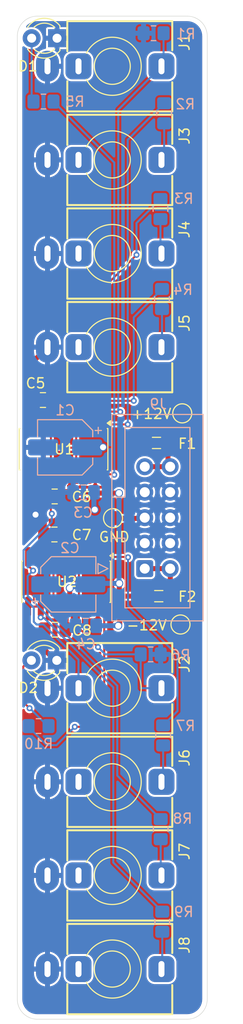
<source format=kicad_pcb>
(kicad_pcb (version 20241229) (generator "pcbnew") (generator_version "9.0")
  (layers (0 "F.Cu" signal) (2 "B.Cu" signal) (13 "F.Paste" user) (15 "B.Paste" user) (5 "F.SilkS" user "F.Silkscreen") (7 "B.SilkS" user "B.Silkscreen") (1 "F.Mask" user) (3 "B.Mask" user) (25 "Edge.Cuts" user))
  (net 0 "")
  (net 1 "+12V")
  (net 2 "-12V")
  (net 3 "GND")
  (net 10 "/InputA")
  (net 11 "/quad buffer/OutD")
  (net 12 "/quad buffer1/Input")
  (net 13 "/quad buffer1/OutD")
  (net 14 "Net-(J9-Pin_10)")
  (net 15 "Net-(J9-Pin_1)")
  (net 17 "/quad buffer/OutA")
  (net 18 "/quad buffer/OutB")
  (net 19 "/quad buffer/OutC")
  (net 20 "/quad buffer1/OutA")
  (net 21 "/quad buffer1/OutB")
  (net 22 "/quad buffer1/OutC")
  (net 23 "Net-(U1A--)")
  (net 24 "Net-(U1B--)")
  (net 25 "Net-(U1C--)")
  (net 26 "Net-(U1D--)")
  (net 27 "Net-(U2A--)")
  (net 28 "Net-(U2B--)")
  (net 29 "Net-(U2C--)")
  (net 30 "Net-(U2D--)")
  (footprint "AudioJacks2:Jack_3.5mm_QingPu_WQP-PJ398SM_Vertical" (layer "F.Cu") (at 200.02589 67 -90)
    (property "Reference" "J5" (at -2.4 -7.22411 90) (layer "F.SilkS"))
    (property "Value" "Jack_OutA-3")
    (pad "S" thru_hole oval (at 0 6.48 270) (size 3.1 2.3) (drill oval 1.6 0.6) (layers "*.Cu" "*.Mask") (net 3 "GND"))
    (pad "T" thru_hole roundrect (at 0 -4.92 270) (size 2.6 2.6) (drill oval 1.6 0.6) (layers "*.Cu" "*.Mask") (net 19 "/quad buffer/OutC"))
    (pad "TN" thru_hole roundrect (at 0 3.38 270) (size 2.6 2.6) (drill oval 1.6 0.6) (layers "*.Cu" "*.Mask"))
  )
  (footprint "AudioJacks2:Jack_3.5mm_QingPu_WQP-PJ398SM_Vertical" (layer "F.Cu") (at 200.02589 57.666667 -90)
    (property "Reference" "J4" (at -2.4 -7.22411 90) (layer "F.SilkS"))
    (property "Value" "Jack_OutA-2")
    (pad "S" thru_hole oval (at 0 6.48 270) (size 3.1 2.3) (drill oval 1.6 0.6) (layers "*.Cu" "*.Mask") (net 3 "GND"))
    (pad "T" thru_hole roundrect (at 0 -4.92 270) (size 2.6 2.6) (drill oval 1.6 0.6) (layers "*.Cu" "*.Mask") (net 18 "/quad buffer/OutB"))
    (pad "TN" thru_hole roundrect (at 0 3.38 270) (size 2.6 2.6) (drill oval 1.6 0.6) (layers "*.Cu" "*.Mask"))
  )
  (footprint "TestPoint:TestPoint_Pad_D1.5mm" (layer "F.Cu") (at 200.1 84.05)
    (property "Reference" "GND" (at 0.125 1.875 0) (layer "F.SilkS"))
    (property "Value" "TestPoint")
    (pad "1" smd circle (at 0 0) (size 1.5 1.5) (layers "F.Cu" "F.Mask") (net 3 "GND"))
  )
  (footprint "LED_THT:LED_D3.0mm" (layer "F.Cu") (at 194.5 36.2 180)
    (property "Reference" "D1" (at 2.925 -2.8 0) (layer "F.SilkS"))
    (property "Value" "LED_Dual_A")
    (pad "1" thru_hole rect (at 0 0 180) (size 1.8 1.8) (drill 0.9) (layers "*.Cu" "*.Mask") (net 3 "GND"))
    (pad "2" thru_hole circle (at 2.54 0 180) (size 1.8 1.8) (drill 0.9) (layers "*.Cu" "*.Mask") (net 11 "/quad buffer/OutD"))
  )
  (footprint "LED_THT:LED_D3.0mm" (layer "F.Cu") (at 194.475 98.225 180)
    (property "Reference" "D2" (at 2.84589 -2.74 0) (layer "F.SilkS"))
    (property "Value" "LED_Dual_B")
    (pad "1" thru_hole rect (at 0 0 180) (size 1.8 1.8) (drill 0.9) (layers "*.Cu" "*.Mask") (net 3 "GND"))
    (pad "2" thru_hole circle (at 2.54 0 180) (size 1.8 1.8) (drill 0.9) (layers "*.Cu" "*.Mask") (net 13 "/quad buffer1/OutD"))
  )
  (footprint "Package_SO:SOIC-14_3.9x8.7mm_P1.27mm" (layer "F.Cu") (at 195.15 77.175 -90)
    (property "Reference" "U1" (at 0 -0.0775 180) (layer "F.SilkS"))
    (property "Value" "TL074")
    (pad "1" smd roundrect (at -2.475 -3.81 270) (size 1.95 0.6) (layers "F.Cu" "F.Mask" "F.Paste") (net 23 "Net-(U1A--)"))
    (pad "2" smd roundrect (at -2.475 -2.54 270) (size 1.95 0.6) (layers "F.Cu" "F.Mask" "F.Paste") (net 23 "Net-(U1A--)"))
    (pad "3" smd roundrect (at -2.475 -1.27 270) (size 1.95 0.6) (layers "F.Cu" "F.Mask" "F.Paste") (net 10 "/InputA"))
    (pad "4" smd roundrect (at -2.475 0 270) (size 1.95 0.6) (layers "F.Cu" "F.Mask" "F.Paste") (net 1 "+12V"))
    (pad "5" smd roundrect (at -2.475 1.27 270) (size 1.95 0.6) (layers "F.Cu" "F.Mask" "F.Paste") (net 10 "/InputA"))
    (pad "6" smd roundrect (at -2.475 2.54 270) (size 1.95 0.6) (layers "F.Cu" "F.Mask" "F.Paste") (net 24 "Net-(U1B--)"))
    (pad "7" smd roundrect (at -2.475 3.81 270) (size 1.95 0.6) (layers "F.Cu" "F.Mask" "F.Paste") (net 24 "Net-(U1B--)"))
    (pad "8" smd roundrect (at 2.475 3.81 270) (size 1.95 0.6) (layers "F.Cu" "F.Mask" "F.Paste") (net 25 "Net-(U1C--)"))
    (pad "9" smd roundrect (at 2.475 2.54 270) (size 1.95 0.6) (layers "F.Cu" "F.Mask" "F.Paste") (net 25 "Net-(U1C--)"))
    (pad "10" smd roundrect (at 2.475 1.27 270) (size 1.95 0.6) (layers "F.Cu" "F.Mask" "F.Paste") (net 10 "/InputA"))
    (pad "11" smd roundrect (at 2.475 0 270) (size 1.95 0.6) (layers "F.Cu" "F.Mask" "F.Paste") (net 2 "-12V"))
    (pad "12" smd roundrect (at 2.475 -1.27 270) (size 1.95 0.6) (layers "F.Cu" "F.Mask" "F.Paste") (net 10 "/InputA"))
    (pad "13" smd roundrect (at 2.475 -2.54 270) (size 1.95 0.6) (layers "F.Cu" "F.Mask" "F.Paste") (net 26 "Net-(U1D--)"))
    (pad "14" smd roundrect (at 2.475 -3.81 270) (size 1.95 0.6) (layers "F.Cu" "F.Mask" "F.Paste") (net 26 "Net-(U1D--)"))
  )
  (footprint "Inductor_SMD:L_0805_2012Metric_Pad1.05x1.20mm_HandSolder" (layer "F.Cu") (at 204.675 91.825)
    (property "Reference" "F2" (at 2.85 0.05 0) (layer "F.SilkS"))
    (property "Value" "FerriteBead_Small")
    (pad "1" smd roundrect (at -1.15 0) (size 1.05 1.2) (layers "F.Cu" "F.Mask" "F.Paste") (roundrect_rratio 0.238095) (net 2 "-12V"))
    (pad "2" smd roundrect (at 1.15 0) (size 1.05 1.2) (layers "F.Cu" "F.Mask" "F.Paste") (roundrect_rratio 0.238095) (net 15 "Net-(J9-Pin_1)"))
  )
  (footprint "TestPoint:TestPoint_Pad_D1.5mm" (layer "F.Cu") (at 207.025 73.6)
    (property "Reference" "+12V" (at -3.1 0.05 0) (layer "F.SilkS"))
    (property "Value" "TestPoint")
    (pad "1" smd circle (at 0 0) (size 1.5 1.5) (layers "F.Cu" "F.Mask") (net 14 "Net-(J9-Pin_10)"))
  )
  (footprint "AudioJacks2:Jack_3.5mm_QingPu_WQP-PJ398SM_Vertical" (layer "F.Cu") (at 200.02589 129 -90)
    (property "Reference" "J8" (at -2.4 -7.22411 90) (layer "F.SilkS"))
    (property "Value" "Jack_OutB-3")
    (pad "S" thru_hole oval (at 0 6.48 270) (size 3.1 2.3) (drill oval 1.6 0.6) (layers "*.Cu" "*.Mask") (net 3 "GND"))
    (pad "T" thru_hole roundrect (at 0 -4.92 270) (size 2.6 2.6) (drill oval 1.6 0.6) (layers "*.Cu" "*.Mask") (net 22 "/quad buffer1/OutC"))
    (pad "TN" thru_hole roundrect (at 0 3.38 270) (size 2.6 2.6) (drill oval 1.6 0.6) (layers "*.Cu" "*.Mask"))
  )
  (footprint "AudioJacks2:Jack_3.5mm_QingPu_WQP-PJ398SM_Vertical" (layer "F.Cu") (at 200.02589 101 -90)
    (property "Reference" "J2" (at -2.4 -7.22411 90) (layer "F.SilkS"))
    (property "Value" "Jack_InB")
    (pad "S" thru_hole oval (at 0 6.48 270) (size 3.1 2.3) (drill oval 1.6 0.6) (layers "*.Cu" "*.Mask") (net 3 "GND"))
    (pad "T" thru_hole roundrect (at 0 -4.92 270) (size 2.6 2.6) (drill oval 1.6 0.6) (layers "*.Cu" "*.Mask") (net 12 "/quad buffer1/Input"))
    (pad "TN" thru_hole roundrect (at 0 3.38 270) (size 2.6 2.6) (drill oval 1.6 0.6) (layers "*.Cu" "*.Mask") (net 10 "/InputA"))
  )
  (footprint "Capacitor_SMD:C_0805_2012Metric_Pad1.18x1.45mm_HandSolder" (layer "F.Cu") (at 194.2375 85.675 180)
    (property "Reference" "C7" (at -2.724687 -0.044238 0) (layer "F.SilkS"))
    (property "Value" "100nF")
    (pad "1" smd roundrect (at -1.0375 0 180) (size 1.175 1.45) (layers "F.Cu" "F.Mask" "F.Paste") (roundrect_rratio 0.212766) (net 1 "+12V"))
    (pad "2" smd roundrect (at 1.0375 0 180) (size 1.175 1.45) (layers "F.Cu" "F.Mask" "F.Paste") (roundrect_rratio 0.212766) (net 3 "GND"))
  )
  (footprint "AudioJacks2:Jack_3.5mm_QingPu_WQP-PJ398SM_Vertical" (layer "F.Cu") (at 200.02589 39 -90)
    (property "Reference" "J1" (at -2.4 -7.22411 90) (layer "F.SilkS"))
    (property "Value" "Jack_InA")
    (pad "S" thru_hole oval (at 0 6.48 270) (size 3.1 2.3) (drill oval 1.6 0.6) (layers "*.Cu" "*.Mask") (net 3 "GND"))
    (pad "T" thru_hole roundrect (at 0 -4.92 270) (size 2.6 2.6) (drill oval 1.6 0.6) (layers "*.Cu" "*.Mask") (net 10 "/InputA"))
    (pad "TN" thru_hole roundrect (at 0 3.38 270) (size 2.6 2.6) (drill oval 1.6 0.6) (layers "*.Cu" "*.Mask"))
  )
  (footprint "TestPoint:TestPoint_Pad_D1.5mm" (layer "F.Cu") (at 206.85 94.65)
    (property "Reference" "-12V" (at -3.375 0.075 0) (layer "F.SilkS"))
    (property "Value" "TestPoint")
    (pad "1" smd circle (at 0 0) (size 1.5 1.5) (layers "F.Cu" "F.Mask") (net 15 "Net-(J9-Pin_1)"))
  )
  (footprint "Capacitor_SMD:C_0805_2012Metric_Pad1.18x1.45mm_HandSolder" (layer "F.Cu") (at 194.289992 95.167364)
    (property "Reference" "C8" (at 2.710008 0.082636 0) (layer "F.SilkS"))
    (property "Value" "100nF")
    (pad "1" smd roundrect (at -1.0375 0) (size 1.175 1.45) (layers "F.Cu" "F.Mask" "F.Paste") (roundrect_rratio 0.212766) (net 3 "GND"))
    (pad "2" smd roundrect (at 1.0375 0) (size 1.175 1.45) (layers "F.Cu" "F.Mask" "F.Paste") (roundrect_rratio 0.212766) (net 2 "-12V"))
  )
  (footprint "Capacitor_SMD:C_0805_2012Metric_Pad1.18x1.45mm_HandSolder" (layer "F.Cu") (at 193.090322 72.273659 180)
    (property "Reference" "C5" (at 0.740322 1.673659 0) (layer "F.SilkS"))
    (property "Value" "100nF")
    (pad "1" smd roundrect (at -1.0375 0 180) (size 1.175 1.45) (layers "F.Cu" "F.Mask" "F.Paste") (roundrect_rratio 0.212766) (net 1 "+12V"))
    (pad "2" smd roundrect (at 1.0375 0 180) (size 1.175 1.45) (layers "F.Cu" "F.Mask" "F.Paste") (roundrect_rratio 0.212766) (net 3 "GND"))
  )
  (footprint "AudioJacks2:Jack_3.5mm_QingPu_WQP-PJ398SM_Vertical" (layer "F.Cu") (at 200.02589 48.333333 -90)
    (property "Reference" "J3" (at -2.4 -7.22411 90) (layer "F.SilkS"))
    (property "Value" "Jack_OutA-1")
    (pad "S" thru_hole oval (at 0 6.48 270) (size 3.1 2.3) (drill oval 1.6 0.6) (layers "*.Cu" "*.Mask") (net 3 "GND"))
    (pad "T" thru_hole roundrect (at 0 -4.92 270) (size 2.6 2.6) (drill oval 1.6 0.6) (layers "*.Cu" "*.Mask") (net 17 "/quad buffer/OutA"))
    (pad "TN" thru_hole roundrect (at 0 3.38 270) (size 2.6 2.6) (drill oval 1.6 0.6) (layers "*.Cu" "*.Mask"))
  )
  (footprint "AudioJacks2:Jack_3.5mm_QingPu_WQP-PJ398SM_Vertical" (layer "F.Cu") (at 200.02589 110.333333 -90)
    (property "Reference" "J6" (at -2.4 -7.22411 90) (layer "F.SilkS"))
    (property "Value" "Jack_OutB-1")
    (pad "S" thru_hole oval (at 0 6.48 270) (size 3.1 2.3) (drill oval 1.6 0.6) (layers "*.Cu" "*.Mask") (net 3 "GND"))
    (pad "T" thru_hole roundrect (at 0 -4.92 270) (size 2.6 2.6) (drill oval 1.6 0.6) (layers "*.Cu" "*.Mask") (net 20 "/quad buffer1/OutA"))
    (pad "TN" thru_hole roundrect (at 0 3.38 270) (size 2.6 2.6) (drill oval 1.6 0.6) (layers "*.Cu" "*.Mask"))
  )
  (footprint "Package_SO:SOIC-14_3.9x8.7mm_P1.27mm" (layer "F.Cu") (at 195.41348 90.389991 -90)
    (property "Reference" "U2" (at 0 -0.0775 180) (layer "F.SilkS"))
    (property "Value" "TL074")
    (pad "1" smd roundrect (at -2.475 -3.81 270) (size 1.95 0.6) (layers "F.Cu" "F.Mask" "F.Paste") (net 27 "Net-(U2A--)"))
    (pad "2" smd roundrect (at -2.475 -2.54 270) (size 1.95 0.6) (layers "F.Cu" "F.Mask" "F.Paste") (net 27 "Net-(U2A--)"))
    (pad "3" smd roundrect (at -2.475 -1.27 270) (size 1.95 0.6) (layers "F.Cu" "F.Mask" "F.Paste") (net 12 "/quad buffer1/Input"))
    (pad "4" smd roundrect (at -2.475 0 270) (size 1.95 0.6) (layers "F.Cu" "F.Mask" "F.Paste") (net 1 "+12V"))
    (pad "5" smd roundrect (at -2.475 1.27 270) (size 1.95 0.6) (layers "F.Cu" "F.Mask" "F.Paste") (net 12 "/quad buffer1/Input"))
    (pad "6" smd roundrect (at -2.475 2.54 270) (size 1.95 0.6) (layers "F.Cu" "F.Mask" "F.Paste") (net 28 "Net-(U2B--)"))
    (pad "7" smd roundrect (at -2.475 3.81 270) (size 1.95 0.6) (layers "F.Cu" "F.Mask" "F.Paste") (net 28 "Net-(U2B--)"))
    (pad "8" smd roundrect (at 2.475 3.81 270) (size 1.95 0.6) (layers "F.Cu" "F.Mask" "F.Paste") (net 29 "Net-(U2C--)"))
    (pad "9" smd roundrect (at 2.475 2.54 270) (size 1.95 0.6) (layers "F.Cu" "F.Mask" "F.Paste") (net 29 "Net-(U2C--)"))
    (pad "10" smd roundrect (at 2.475 1.27 270) (size 1.95 0.6) (layers "F.Cu" "F.Mask" "F.Paste") (net 12 "/quad buffer1/Input"))
    (pad "11" smd roundrect (at 2.475 0 270) (size 1.95 0.6) (layers "F.Cu" "F.Mask" "F.Paste") (net 2 "-12V"))
    (pad "12" smd roundrect (at 2.475 -1.27 270) (size 1.95 0.6) (layers "F.Cu" "F.Mask" "F.Paste") (net 12 "/quad buffer1/Input"))
    (pad "13" smd roundrect (at 2.475 -2.54 270) (size 1.95 0.6) (layers "F.Cu" "F.Mask" "F.Paste") (net 30 "Net-(U2D--)"))
    (pad "14" smd roundrect (at 2.475 -3.81 270) (size 1.95 0.6) (layers "F.Cu" "F.Mask" "F.Paste") (net 30 "Net-(U2D--)"))
  )
  (footprint "Inductor_SMD:L_0805_2012Metric_Pad1.05x1.20mm_HandSolder" (layer "F.Cu") (at 204.45 76.55)
    (property "Reference" "F1" (at 3.075 0.075 0) (layer "F.SilkS"))
    (property "Value" "FerriteBead_Small")
    (pad "1" smd roundrect (at -1.15 0) (size 1.05 1.2) (layers "F.Cu" "F.Mask" "F.Paste") (roundrect_rratio 0.238095) (net 1 "+12V"))
    (pad "2" smd roundrect (at 1.15 0) (size 1.05 1.2) (layers "F.Cu" "F.Mask" "F.Paste") (roundrect_rratio 0.238095) (net 14 "Net-(J9-Pin_10)"))
  )
  (footprint "AudioJacks2:Jack_3.5mm_QingPu_WQP-PJ398SM_Vertical" (layer "F.Cu") (at 200.02589 119.666667 -90)
    (property "Reference" "J7" (at -2.4 -7.22411 90) (layer "F.SilkS"))
    (property "Value" "Jack_OutB-2")
    (pad "S" thru_hole oval (at 0 6.48 270) (size 3.1 2.3) (drill oval 1.6 0.6) (layers "*.Cu" "*.Mask") (net 3 "GND"))
    (pad "T" thru_hole roundrect (at 0 -4.92 270) (size 2.6 2.6) (drill oval 1.6 0.6) (layers "*.Cu" "*.Mask") (net 21 "/quad buffer1/OutB"))
    (pad "TN" thru_hole roundrect (at 0 3.38 270) (size 2.6 2.6) (drill oval 1.6 0.6) (layers "*.Cu" "*.Mask"))
  )
  (footprint "Capacitor_SMD:C_0805_2012Metric_Pad1.18x1.45mm_HandSolder" (layer "F.Cu") (at 194.262577 81.883885)
    (property "Reference" "C6" (at 2.687423 0.041115 0) (layer "F.SilkS"))
    (property "Value" "100nF")
    (pad "1" smd roundrect (at -1.0375 0) (size 1.175 1.45) (layers "F.Cu" "F.Mask" "F.Paste") (roundrect_rratio 0.212766) (net 3 "GND"))
    (pad "2" smd roundrect (at 1.0375 0) (size 1.175 1.45) (layers "F.Cu" "F.Mask" "F.Paste") (roundrect_rratio 0.212766) (net 2 "-12V"))
  )
  (footprint "Capacitor_SMD:CP_Elec_5x5.4" (layer "B.Cu") (at 195.625 90.65)
    (property "Reference" "C2" (at 0.164962 -3.625087 180) (layer "B.SilkS") (effects (justify mirror)))
    (property "Value" "10uF")
    (pad "1" smd roundrect (at -2.2 0) (size 3 1.6) (layers "B.Cu" "B.Mask" "B.Paste") (roundrect_rratio 0.15625) (net 3 "GND"))
    (pad "2" smd roundrect (at 2.2 0) (size 3 1.6) (layers "B.Cu" "B.Mask" "B.Paste") (roundrect_rratio 0.15625) (net 2 "-12V"))
  )
  (footprint "Capacitor_SMD:C_0805_2012Metric_Pad1.18x1.45mm_HandSolder" (layer "B.Cu") (at 197.15 81.475 180)
    (property "Reference" "C3" (at 0.043455 -2.016257 0) (layer "B.SilkS") (effects (justify mirror)))
    (property "Value" "100nF")
    (pad "1" smd roundrect (at -1.0375 0 180) (size 1.175 1.45) (layers "B.Cu" "B.Mask" "B.Paste") (roundrect_rratio 0.212766) (net 1 "+12V"))
    (pad "2" smd roundrect (at 1.0375 0 180) (size 1.175 1.45) (layers "B.Cu" "B.Mask" "B.Paste") (roundrect_rratio 0.212766) (net 3 "GND"))
  )
  (footprint "Resistor_SMD:R_0805_2012Metric_Pad1.20x1.40mm_HandSolder" (layer "B.Cu") (at 204.155216 35.706825)
    (property "Reference" "R1" (at 3.219784 0.068175 0) (layer "B.SilkS") (effects (justify mirror)))
    (property "Value" "1M")
    (pad "1" smd roundrect (at -1 0) (size 1.2 1.4) (layers "B.Cu" "B.Mask" "B.Paste") (roundrect_rratio 0.208333) (net 3 "GND"))
    (pad "2" smd roundrect (at 1 0) (size 1.2 1.4) (layers "B.Cu" "B.Mask" "B.Paste") (roundrect_rratio 0.208333) (net 10 "/InputA"))
  )
  (footprint "Resistor_SMD:R_0805_2012Metric_Pad1.20x1.40mm_HandSolder" (layer "B.Cu") (at 205 62.200623 -90)
    (property "Reference" "R4" (at -0.925623 -2.1 180) (layer "B.SilkS") (effects (justify mirror)))
    (property "Value" "1k")
    (pad "1" smd roundrect (at -1 0 270) (size 1.2 1.4) (layers "B.Cu" "B.Mask" "B.Paste") (roundrect_rratio 0.208333) (net 25 "Net-(U1C--)"))
    (pad "2" smd roundrect (at 1 0 270) (size 1.2 1.4) (layers "B.Cu" "B.Mask" "B.Paste") (roundrect_rratio 0.208333) (net 19 "/quad buffer/OutC"))
  )
  (footprint "Connector_IDC:IDC-Header_2x05_P2.54mm_Vertical" (layer "B.Cu") (at 203.27339 89.08)
    (property "Reference" "J9" (at 1.35161 -16.405 0) (layer "B.SilkS") (effects (justify mirror)))
    (property "Value" "Conn_02x05_Odd_Even")
    (pad "1" thru_hole roundrect (at 0 0) (size 1.7 1.7) (drill 1) (layers "*.Cu" "*.Mask") (roundrect_rratio 0.147059) (net 15 "Net-(J9-Pin_1)"))
    (pad "2" thru_hole circle (at 2.54 0) (size 1.7 1.7) (drill 1) (layers "*.Cu" "*.Mask") (net 15 "Net-(J9-Pin_1)"))
    (pad "3" thru_hole circle (at 0 -2.54) (size 1.7 1.7) (drill 1) (layers "*.Cu" "*.Mask") (net 3 "GND"))
    (pad "4" thru_hole circle (at 2.54 -2.54) (size 1.7 1.7) (drill 1) (layers "*.Cu" "*.Mask") (net 3 "GND"))
    (pad "5" thru_hole circle (at 0 -5.08) (size 1.7 1.7) (drill 1) (layers "*.Cu" "*.Mask") (net 3 "GND"))
    (pad "6" thru_hole circle (at 2.54 -5.08) (size 1.7 1.7) (drill 1) (layers "*.Cu" "*.Mask") (net 3 "GND"))
    (pad "7" thru_hole circle (at 0 -7.62) (size 1.7 1.7) (drill 1) (layers "*.Cu" "*.Mask") (net 3 "GND"))
    (pad "8" thru_hole circle (at 2.54 -7.62) (size 1.7 1.7) (drill 1) (layers "*.Cu" "*.Mask") (net 3 "GND"))
    (pad "9" thru_hole circle (at 0 -10.16) (size 1.7 1.7) (drill 1) (layers "*.Cu" "*.Mask") (net 14 "Net-(J9-Pin_10)"))
    (pad "10" thru_hole circle (at 2.54 -10.16) (size 1.7 1.7) (drill 1) (layers "*.Cu" "*.Mask") (net 14 "Net-(J9-Pin_10)"))
  )
  (footprint "Resistor_SMD:R_0805_2012Metric_Pad1.20x1.40mm_HandSolder" (layer "B.Cu") (at 204.869236 115.053793 -90)
    (property "Reference" "R8" (at -1.053793 -2.180764 180) (layer "B.SilkS") (effects (justify mirror)))
    (property "Value" "1k")
    (pad "1" smd roundrect (at -1 0 270) (size 1.2 1.4) (layers "B.Cu" "B.Mask" "B.Paste") (roundrect_rratio 0.208333) (net 28 "Net-(U2B--)"))
    (pad "2" smd roundrect (at 1 0 270) (size 1.2 1.4) (layers "B.Cu" "B.Mask" "B.Paste") (roundrect_rratio 0.208333) (net 21 "/quad buffer1/OutB"))
  )
  (footprint "Resistor_SMD:R_0805_2012Metric_Pad1.20x1.40mm_HandSolder" (layer "B.Cu") (at 205.215437 43.684375 -90)
    (property "Reference" "R2" (at -0.909375 -2.109563 180) (layer "B.SilkS") (effects (justify mirror)))
    (property "Value" "1k")
    (pad "1" smd roundrect (at -1 0 270) (size 1.2 1.4) (layers "B.Cu" "B.Mask" "B.Paste") (roundrect_rratio 0.208333) (net 23 "Net-(U1A--)"))
    (pad "2" smd roundrect (at 1 0 270) (size 1.2 1.4) (layers "B.Cu" "B.Mask" "B.Paste") (roundrect_rratio 0.208333) (net 17 "/quad buffer/OutA"))
  )
  (footprint "Resistor_SMD:R_0805_2012Metric_Pad1.20x1.40mm_HandSolder" (layer "B.Cu") (at 203.866534 97.629042 180)
    (property "Reference" "R6" (at -3.008466 -0.070958 0) (layer "B.SilkS") (effects (justify mirror)))
    (property "Value" "1M")
    (pad "1" smd roundrect (at -1 0 180) (size 1.2 1.4) (layers "B.Cu" "B.Mask" "B.Paste") (roundrect_rratio 0.208333) (net 3 "GND"))
    (pad "2" smd roundrect (at 1 0 180) (size 1.2 1.4) (layers "B.Cu" "B.Mask" "B.Paste") (roundrect_rratio 0.208333) (net 12 "/quad buffer1/Input"))
  )
  (footprint "Resistor_SMD:R_0805_2012Metric_Pad1.20x1.40mm_HandSolder" (layer "B.Cu") (at 205.026303 124.27697 -90)
    (property "Reference" "R9" (at -0.97697 -2.148697 180) (layer "B.SilkS") (effects (justify mirror)))
    (property "Value" "1k")
    (pad "1" smd roundrect (at -1 0 270) (size 1.2 1.4) (layers "B.Cu" "B.Mask" "B.Paste") (roundrect_rratio 0.208333) (net 29 "Net-(U2C--)"))
    (pad "2" smd roundrect (at 1 0 270) (size 1.2 1.4) (layers "B.Cu" "B.Mask" "B.Paste") (roundrect_rratio 0.208333) (net 22 "/quad buffer1/OutC"))
  )
  (footprint "Resistor_SMD:R_0805_2012Metric_Pad1.20x1.40mm_HandSolder" (layer "B.Cu") (at 193.142492 42.516814)
    (property "Reference" "R5" (at 3.132508 0.008186 0) (layer "B.SilkS") (effects (justify mirror)))
    (property "Value" "300R")
    (pad "1" smd roundrect (at -1 0) (size 1.2 1.4) (layers "B.Cu" "B.Mask" "B.Paste") (roundrect_rratio 0.208333) (net 11 "/quad buffer/OutD"))
    (pad "2" smd roundrect (at 1 0) (size 1.2 1.4) (layers "B.Cu" "B.Mask" "B.Paste") (roundrect_rratio 0.208333) (net 26 "Net-(U1D--)"))
  )
  (footprint "Resistor_SMD:R_0805_2012Metric_Pad1.20x1.40mm_HandSolder" (layer "B.Cu") (at 192.65 104.775 180)
    (property "Reference" "R10" (at -0.010279 -1.771364 0) (layer "B.SilkS") (effects (justify mirror)))
    (property "Value" "300R")
    (pad "1" smd roundrect (at -1 0 180) (size 1.2 1.4) (layers "B.Cu" "B.Mask" "B.Paste") (roundrect_rratio 0.208333) (net 13 "/quad buffer1/OutD"))
    (pad "2" smd roundrect (at 1 0 180) (size 1.2 1.4) (layers "B.Cu" "B.Mask" "B.Paste") (roundrect_rratio 0.208333) (net 30 "Net-(U2D--)"))
  )
  (footprint "Resistor_SMD:R_0805_2012Metric_Pad1.20x1.40mm_HandSolder" (layer "B.Cu") (at 205.112261 105.706855 -90)
    (property "Reference" "R7" (at -0.956855 -2.237739 180) (layer "B.SilkS") (effects (justify mirror)))
    (property "Value" "1k")
    (pad "1" smd roundrect (at -1 0 270) (size 1.2 1.4) (layers "B.Cu" "B.Mask" "B.Paste") (roundrect_rratio 0.208333) (net 27 "Net-(U2A--)"))
    (pad "2" smd roundrect (at 1 0 270) (size 1.2 1.4) (layers "B.Cu" "B.Mask" "B.Paste") (roundrect_rratio 0.208333) (net 20 "/quad buffer1/OutA"))
  )
  (footprint "Resistor_SMD:R_0805_2012Metric_Pad1.20x1.40mm_HandSolder" (layer "B.Cu") (at 204.84663 53.232717 -90)
    (property "Reference" "R3" (at -1.032717 -2.32837 180) (layer "B.SilkS") (effects (justify mirror)))
    (property "Value" "1k")
    (pad "1" smd roundrect (at -1 0 270) (size 1.2 1.4) (layers "B.Cu" "B.Mask" "B.Paste") (roundrect_rratio 0.208333) (net 24 "Net-(U1B--)"))
    (pad "2" smd roundrect (at 1 0 270) (size 1.2 1.4) (layers "B.Cu" "B.Mask" "B.Paste") (roundrect_rratio 0.208333) (net 18 "/quad buffer/OutB"))
  )
  (footprint "Capacitor_SMD:C_0805_2012Metric_Pad1.18x1.45mm_HandSolder" (layer "B.Cu") (at 197.375 94.775)
    (property "Reference" "C4" (at 0.016527 1.839641 0) (layer "B.SilkS") (effects (justify mirror)))
    (property "Value" "100nF")
    (pad "1" smd roundrect (at -1.0375 0) (size 1.175 1.45) (layers "B.Cu" "B.Mask" "B.Paste") (roundrect_rratio 0.212766) (net 3 "GND"))
    (pad "2" smd roundrect (at 1.0375 0) (size 1.175 1.45) (layers "B.Cu" "B.Mask" "B.Paste") (roundrect_rratio 0.212766) (net 2 "-12V"))
  )
  (footprint "Capacitor_SMD:CP_Elec_5x5.4" (layer "B.Cu") (at 195.310345 76.991676 180)
    (property "Reference" "C1" (at 0 3.7 0) (layer "B.SilkS") (effects (justify mirror)))
    (property "Value" "10uF")
    (pad "1" smd roundrect (at -2.2 0 180) (size 3 1.6) (layers "B.Cu" "B.Mask" "B.Paste") (roundrect_rratio 0.15625) (net 1 "+12V"))
    (pad "2" smd roundrect (at 2.2 0 180) (size 3 1.6) (layers "B.Cu" "B.Mask" "B.Paste") (roundrect_rratio 0.15625) (net 3 "GND"))
  )
  (gr_arc (start 190.52589 36) (mid 191.111676 34.585786) (end 192.52589 34) (stroke (width 0.05)) (layer "Edge.Cuts"))
  (gr_arc (start 209.52589 132) (mid 208.940104 133.414214) (end 207.52589 134) (stroke (width 0.05)) (layer "Edge.Cuts"))
  (gr_line (start 192.52589 34) (end 207.52589 34) (stroke (width 0.05)) (layer "Edge.Cuts"))
  (gr_arc (start 207.52589 34) (mid 208.940104 34.585786) (end 209.52589 36) (stroke (width 0.05)) (layer "Edge.Cuts"))
  (gr_line (start 207.52589 134) (end 192.52589 134) (stroke (width 0.05)) (layer "Edge.Cuts"))
  (gr_line (start 190.52589 132) (end 190.52589 36) (stroke (width 0.05)) (layer "Edge.Cuts"))
  (gr_arc (start 192.52589 134) (mid 191.111676 133.414214) (end 190.52589 132) (stroke (width 0.05)) (layer "Edge.Cuts"))
  (gr_line (start 209.52589 36) (end 209.52589 132) (stroke (width 0.05)) (layer "Edge.Cuts"))
  (via (at 198.275 83.2) (size 0.8) (drill 0.6) (layers "F.Cu" "B.Cu") (net 1))
  (via (at 199.1 76.975) (size 0.8) (drill 0.6) (layers "F.Cu" "B.Cu") (net 1))
  (segment (start 197.127021 76.975) (end 197.110345 76.991676) (width 0.5) (layer "B.Cu") (net 1))
  (segment (start 198.1875 83.1125) (end 198.275 83.2) (width 0.5) (layer "B.Cu") (net 1))
  (segment (start 199.1 76.975) (end 197.127021 76.975) (width 0.5) (layer "B.Cu") (net 1))
  (segment (start 198.1875 81.475) (end 198.1875 83.1125) (width 0.5) (layer "B.Cu") (net 1))
  (segment (start 195.425 92.383379) (end 195.425 92.80848) (width 0.5) (layer "F.Cu") (net 2))
  (segment (start 195.775 91.025) (end 195.775 92.033379) (width 0.5) (layer "F.Cu") (net 2))
  (segment (start 203.525 91.825) (end 200.847157 91.825) (width 0.5) (layer "F.Cu") (net 2))
  (segment (start 195.775 92.033379) (end 195.425 92.383379) (width 0.5) (layer "F.Cu") (net 2))
  (segment (start 195.425 92.80848) (end 195.41348 92.82) (width 0.5) (layer "F.Cu") (net 2))
  (segment (start 195.15 79.65) (end 195.040014 79.759986) (width 0.5) (layer "F.Cu") (net 2))
  (segment (start 200.775 94.625) (end 200.775 94.4) (width 0.5) (layer "F.Cu") (net 2))
  (segment (start 200.725 90.55) (end 200.725 91.702843) (width 0.5) (layer "F.Cu") (net 2))
  (segment (start 200.725 91.702843) (end 200.77589 91.753733) (width 0.5) (layer "F.Cu") (net 2))
  (segment (start 200.77589 94.39911) (end 200.77589 91.753733) (width 0.5) (layer "F.Cu") (net 2))
  (segment (start 195.040014 79.759986) (end 195.040014 81.623822) (width 0.5) (layer "F.Cu") (net 2))
  (segment (start 200.775 94.4) (end 200.77589 94.39911) (width 0.5) (layer "F.Cu") (net 2))
  (segment (start 200.847157 91.825) (end 200.77589 91.753733) (width 0.5) (layer "F.Cu") (net 2))
  (segment (start 195.41348 95.081376) (end 195.327492 95.167364) (width 0.5) (layer "F.Cu") (net 2))
  (segment (start 195.040014 81.623822) (end 195.300077 81.883885) (width 0.5) (layer "F.Cu") (net 2))
  (segment (start 195.633962 81.55) (end 200.7 81.55) (width 0.5) (layer "F.Cu") (net 2))
  (segment (start 195.300077 81.883885) (end 195.633962 81.55) (width 0.5) (layer "F.Cu") (net 2))
  (segment (start 200.625 94.775) (end 200.775 94.625) (width 0.5) (layer "F.Cu") (net 2))
  (segment (start 195.41348 92.82) (end 195.41348 92.864991) (width 0.5) (layer "F.Cu") (net 2))
  (segment (start 195.41348 92.864991) (end 195.41348 95.081376) (width 0.5) (layer "F.Cu") (net 2))
  (via (at 200.7 81.55) (size 0.8) (drill 0.6) (layers "F.Cu" "B.Cu") (net 2))
  (via (at 200.725 90.55) (size 0.8) (drill 0.6) (layers "F.Cu" "B.Cu") (net 2))
  (via (at 200.625 94.775) (size 0.8) (drill 0.6) (layers "F.Cu" "B.Cu") (net 2))
  (via (at 195.775 91.025) (size 0.8) (drill 0.6) (layers "F.Cu" "B.Cu") (net 2))
  (segment (start 200.625 94.775) (end 198.4125 94.775) (width 0.5) (layer "B.Cu") (net 2))
  (segment (start 195.775 91.025) (end 195.925 90.875) (width 0.5) (layer "B.Cu") (net 2))
  (segment (start 200.7 81.55) (end 200.7 90.525) (width 0.5) (layer "B.Cu") (net 2))
  (segment (start 196.860125 90.55) (end 200.725 90.55) (width 0.5) (layer "B.Cu") (net 2))
  (segment (start 196.535125 90.875) (end 196.860125 90.55) (width 0.5) (layer "B.Cu") (net 2))
  (segment (start 200.7 90.525) (end 200.725 90.55) (width 0.5) (layer "B.Cu") (net 2))
  (segment (start 195.925 90.875) (end 196.535125 90.875) (width 0.5) (layer "B.Cu") (net 2))
  (segment (start 192.052822 72.273659) (end 192.052822 68.493068) (width 0.5) (layer "F.Cu") (net 3))
  (segment (start 193.252492 97.166602) (end 194.31089 98.225) (width 0.5) (layer "F.Cu") (net 3))
  (segment (start 194.29589 100.25) (end 193.54589 101) (width 0.5) (layer "F.Cu") (net 3))
  (segment (start 193.252492 95.167364) (end 193.252492 97.166602) (width 0.5) (layer "F.Cu") (net 3))
  (segment (start 194.31089 98.225) (end 194.475 98.225) (width 0.5) (layer "F.Cu") (net 3))
  (segment (start 200.425 84.075) (end 203.19839 84.075) (width 0.5) (layer "F.Cu") (net 3))
  (segment (start 193.337813 81.996621) (end 193.225077 81.883885) (width 0.5) (layer "F.Cu") (net 3))
  (segment (start 193.225077 81.883885) (end 193.225077 83.7) (width 0.5) (layer "F.Cu") (net 3))
  (segment (start 193.225077 85.593026) (end 193.337813 85.705762) (width 0.5) (layer "F.Cu") (net 3))
  (segment (start 192.052822 68.493068) (end 193.54589 67) (width 0.5) (layer "F.Cu") (net 3))
  (segment (start 203.19839 84.075) (end 203.27339 84) (width 0.5) (layer "F.Cu") (net 3))
  (segment (start 193.225077 83.7) (end 192.35 83.7) (width 0.5) (layer "F.Cu") (net 3))
  (segment (start 193.225077 83.7) (end 193.225077 85.593026) (width 0.5) (layer "F.Cu") (net 3))
  (via (at 192.35 83.7) (size 0.8) (drill 0.6) (layers "F.Cu" "B.Cu") (net 3))
  (segment (start 194.29589 38.25) (end 193.54589 39) (width 0.5) (layer "B.Cu") (net 3))
  (segment (start 192.35 83.7) (end 192.45 83.6) (width 0.5) (layer "B.Cu") (net 3))
  (segment (start 194.5 36.2) (end 194.29589 36.40411) (width 0.5) (layer "B.Cu") (net 3))
  (segment (start 196.42 73.725001) (end 196.721001 73.424) (width 0.2) (layer "F.Cu") (net 10))
  (segment (start 196.721001 73.424) (end 200.799 73.424) (width 0.2) (layer "F.Cu") (net 10))
  (segment (start 196.42 74.7) (end 196.42 73.725001) (width 0.2) (layer "F.Cu") (net 10))
  (segment (start 196.42 74.7) (end 196.42 77.025) (width 0.2) (layer "F.Cu") (net 10))
  (segment (start 194.113577 82.594045) (end 194.113577 81.173725) (width 0.2) (layer "F.Cu") (net 10))
  (segment (start 193.875 83.499923) (end 193.875 82.832622) (width 0.2) (layer "F.Cu") (net 10))
  (segment (start 193.875 79.655) (end 193.88 79.65) (width 0.2) (layer "F.Cu") (net 10))
  (segment (start 193.88 77.025) (end 196.42 77.025) (width 0.2) (layer "F.Cu") (net 10))
  (segment (start 193.88 74.7) (end 193.88 77.025) (width 0.2) (layer "F.Cu") (net 10))
  (segment (start 193.88 79.65) (end 193.88 79.761963) (width 0.2) (layer "F.Cu") (net 10))
  (segment (start 196.42 77.025) (end 196.42 79.65) (width 0.2) (layer "F.Cu") (net 10))
  (segment (start 193.88 77.025) (end 193.88 79.65) (width 0.2) (layer "F.Cu") (net 10))
  (segment (start 193.875 80.935148) (end 193.875 79.655) (width 0.2) (layer "F.Cu") (net 10))
  (segment (start 194.113577 81.173725) (end 193.875 80.935148) (width 0.2) (layer "F.Cu") (net 10))
  (segment (start 193.875 82.832622) (end 194.113577 82.594045) (width 0.2) (layer "F.Cu") (net 10))
  (segment (start 200.799 73.424) (end 200.825 73.45) (width 0.2) (layer "F.Cu") (net 10))
  (segment (start 193.975077 83.6) (end 193.875 83.499923) (width 0.2) (layer "F.Cu") (net 10))
  (via (at 193.975077 83.6) (size 0.6) (drill 0.3) (layers "F.Cu" "B.Cu") (net 10))
  (via (at 200.825 73.45) (size 0.6) (drill 0.3) (layers "F.Cu" "B.Cu") (net 10))
  (segment (start 200.626 73.251) (end 200.626 43.31989) (width 0.2) (layer "B.Cu") (net 10))
  (segment (start 191.15 89.63848) (end 191.162992 89.651472) (width 0.2) (layer "B.Cu") (net 10))
  (segment (start 192.175 92.975) (end 192.175 94.375) (width 0.2) (layer "B.Cu") (net 10))
  (segment (start 205.155216 35.706825) (end 205.155216 38.790674) (width 0.2) (layer "B.Cu") (net 10))
  (segment (start 191.15 87.25) (end 191.15 89.63848) (width 0.2) (layer "B.Cu") (net 10))
  (segment (start 205.155216 38.790674) (end 204.94589 39) (width 0.2) (layer "B.Cu") (net 10))
  (segment (start 192.175 94.375) (end 192.45 94.65) (width 0.2) (layer "B.Cu") (net 10))
  (segment (start 200.825 73.45) (end 200.626 73.251) (width 0.2) (layer "B.Cu") (net 10))
  (segment (start 193.13789 94.65) (end 196.64589 98.158) (width 0.2) (layer "B.Cu") (net 10))
  (segment (start 192.45 94.65) (end 193.13789 94.65) (width 0.2) (layer "B.Cu") (net 10))
  (segment (start 191.162992 89.651472) (end 191.162992 91.962992) (width 0.2) (layer "B.Cu") (net 10))
  (segment (start 191.162992 91.962992) (end 192.175 92.975) (width 0.2) (layer "B.Cu") (net 10))
  (segment (start 196.64589 98.158) (end 196.64589 101) (width 0.2) (layer "B.Cu") (net 10))
  (segment (start 200.626 43.31989) (end 204.94589 39) (width 0.2) (layer "B.Cu") (net 10))
  (segment (start 193.975077 83.6) (end 193.975077 84.424923) (width 0.2) (layer "B.Cu") (net 10))
  (segment (start 193.975077 84.424923) (end 191.15 87.25) (width 0.2) (layer "B.Cu") (net 10))
  (segment (start 191.96 42.334322) (end 192.142492 42.516814) (width 0.2) (layer "B.Cu") (net 11))
  (segment (start 191.96 36.2) (end 191.96 42.334322) (width 0.2) (layer "B.Cu") (net 11))
  (segment (start 196.68348 87.914991) (end 196.68348 92.864991) (width 0.2) (layer "F.Cu") (net 12))
  (segment (start 194.14348 90.325) (end 194.14348 92.864991) (width 0.2) (layer "F.Cu") (net 12))
  (segment (start 194.14348 87.914991) (end 194.14348 90.325) (width 0.2) (layer "F.Cu") (net 12))
  (segment (start 196.68348 94.98348) (end 198.6 96.9) (width 0.2) (layer "F.Cu") (net 12))
  (segment (start 196.68348 92.864991) (end 196.68348 94.98348) (width 0.2) (layer "F.Cu") (net 12))
  (segment (start 194.14348 90.325) (end 196.68348 90.325) (width 0.2) (layer "F.Cu") (net 12))
  (via (at 198.6 96.9) (size 0.6) (drill 0.3) (layers "F.Cu" "B.Cu") (net 12))
  (segment (start 205.112261 101.166371) (end 204.94589 101) (width 0.2) (layer "B.Cu") (net 12))
  (segment (start 202.875 101) (end 204.94589 101) (width 0.2) (layer "B.Cu") (net 12))
  (segment (start 202.875 100.75) (end 202.875 101) (width 0.2) (layer "B.Cu") (net 12))
  (segment (start 202.866534 97.629042) (end 202.866534 100.741534) (width 0.2) (layer "B.Cu") (net 12))
  (segment (start 202.866534 100.741534) (end 202.875 100.75) (width 0.2) (layer "B.Cu") (net 12))
  (segment (start 200.5 97.629042) (end 200.504042 97.625) (width 0.2) (layer "B.Cu") (net 12))
  (segment (start 202.862492 97.625) (end 202.866534 97.629042) (width 0.2) (layer "B.Cu") (net 12))
  (segment (start 199.329042 97.629042) (end 200.5 97.629042) (width 0.2) (layer "B.Cu") (net 12))
  (segment (start 200.504042 97.625) (end 202.862492 97.625) (width 0.2) (layer "B.Cu") (net 12))
  (segment (start 198.6 96.9) (end 199.329042 97.629042) (width 0.2) (layer "B.Cu") (net 12))
  (segment (start 191.74089 98.225) (end 191.12689 98.839) (width 0.2) (layer "F.Cu") (net 13))
  (segment (start 191.935 98.225) (end 191.74089 98.225) (width 0.2) (layer "F.Cu") (net 13))
  (segment (start 191.12689 102.37689) (end 191.75 103) (width 0.2) (layer "F.Cu") (net 13))
  (segment (start 191.12689 98.839) (end 191.12689 102.37689) (width 0.2) (layer "F.Cu") (net 13))
  (via (at 191.75 103) (size 0.6) (drill 0.3) (layers "F.Cu" "B.Cu") (net 13))
  (segment (start 191.786085 103) (end 193.561085 104.775) (width 0.2) (layer "B.Cu") (net 13))
  (segment (start 191.75 103) (end 191.786085 103) (width 0.2) (layer "B.Cu") (net 13))
  (segment (start 193.561085 104.775) (end 193.65 104.775) (width 0.2) (layer "B.Cu") (net 13))
  (segment (start 203.27339 78.92) (end 205.81339 78.92) (width 0.5) (layer "F.Cu") (net 14))
  (segment (start 205.6 76.55) (end 205.6 78.70661) (width 0.5) (layer "F.Cu") (net 14))
  (segment (start 205.6 75.025) (end 207.025 73.6) (width 0.5) (layer "F.Cu") (net 14))
  (segment (start 205.6 78.70661) (end 205.81339 78.92) (width 0.5) (layer "F.Cu") (net 14))
  (segment (start 205.6 76.55) (end 205.6 75.025) (width 0.5) (layer "F.Cu") (net 14))
  (segment (start 205.825 89.09161) (end 205.81339 89.08) (width 0.5) (layer "F.Cu") (net 15))
  (segment (start 205.825 93.7) (end 205.825 91.825) (width 0.5) (layer "F.Cu") (net 15))
  (segment (start 205.81339 89.08) (end 203.27339 89.08) (width 0.5) (layer "F.Cu") (net 15))
  (segment (start 206.775 94.65) (end 205.825 93.7) (width 0.5) (layer "F.Cu") (net 15))
  (segment (start 206.85 94.65) (end 206.775 94.65) (width 0.5) (layer "F.Cu") (net 15))
  (segment (start 205.825 91.825) (end 205.825 89.09161) (width 0.5) (layer "F.Cu") (net 15))
  (segment (start 205.215437 44.684375) (end 205.215437 48.063786) (width 0.2) (layer "B.Cu") (net 17))
  (segment (start 205.215437 48.063786) (end 204.94589 48.333333) (width 0.2) (layer "B.Cu") (net 17))
  (segment (start 204.84663 57.567407) (end 204.94589 57.666667) (width 0.2) (layer "B.Cu") (net 18))
  (segment (start 204.84663 54.232717) (end 204.84663 57.567407) (width 0.2) (layer "B.Cu") (net 18))
  (segment (start 205 63.200623) (end 205 66.94589) (width 0.2) (layer "B.Cu") (net 19))
  (segment (start 205 66.94589) (end 204.94589 67) (width 0.2) (layer "B.Cu") (net 19))
  (segment (start 205.112261 106.706855) (end 205.112261 110.166962) (width 0.2) (layer "B.Cu") (net 20))
  (segment (start 205.112261 110.166962) (end 204.94589 110.333333) (width 0.2) (layer "B.Cu") (net 20))
  (segment (start 204.869236 116.053793) (end 204.869236 119.590013) (width 0.2) (layer "B.Cu") (net 21))
  (segment (start 204.869236 119.590013) (end 204.94589 119.666667) (width 0.2) (layer "B.Cu") (net 21))
  (segment (start 205.026303 125.27697) (end 205.026303 128.919587) (width 0.2) (layer "B.Cu") (net 22))
  (segment (start 205.026303 128.919587) (end 204.94589 129) (width 0.2) (layer "B.Cu") (net 22))
  (segment (start 201.573023 74.701977) (end 201.575 74.7) (width 0.2) (layer "F.Cu") (net 23))
  (segment (start 198.96 74.7) (end 197.69 74.7) (width 0.2) (layer "F.Cu") (net 23))
  (segment (start 198.961977 74.701977) (end 201.573023 74.701977) (width 0.2) (layer "F.Cu") (net 23))
  (segment (start 198.96 74.7) (end 198.961977 74.701977) (width 0.2) (layer "F.Cu") (net 23))
  (via (at 201.575 74.7) (size 0.6) (drill 0.3) (layers "F.Cu" "B.Cu") (net 23))
  (segment (start 204.94589 42.414828) (end 205.215437 42.684375) (width 0.2) (layer "B.Cu") (net 23))
  (segment (start 205.047876 42.516814) (end 205.215437 42.684375) (width 0.2) (layer "B.Cu") (net 23))
  (segment (start 201.575 74.7) (end 201.575 46.324812) (width 0.2) (layer "B.Cu") (net 23))
  (segment (start 201.575 46.324812) (end 205.215437 42.684375) (width 0.2) (layer "B.Cu") (net 23))
  (segment (start 192.65 74.66) (end 192.65 73.275141) (width 0.2) (layer "F.Cu") (net 24))
  (segment (start 195.04489 68.043918) (end 195.04489 65.20511) (width 0.2) (layer "F.Cu") (net 24))
  (segment (start 193.075 70.013808) (end 195.04489 68.043918) (width 0.2) (layer "F.Cu") (net 24))
  (segment (start 195.04489 65.20511) (end 202.45 57.8) (width 0.2) (layer "F.Cu") (net 24))
  (segment (start 192.65 73.275141) (end 193.075 72.850141) (width 0.2) (layer "F.Cu") (net 24))
  (segment (start 191.34 74.7) (end 192.61 74.7) (width 0.2) (layer "F.Cu") (net 24))
  (segment (start 191.34 74.7) (end 191.275 74.765) (width 0.2) (layer "F.Cu") (net 24))
  (segment (start 193.075 72.850141) (end 193.075 70.013808) (width 0.2) (layer "F.Cu") (net 24))
  (segment (start 191.275 74.765) (end 191.275 74.85) (width 0.2) (layer "F.Cu") (net 24))
  (segment (start 192.61 74.7) (end 192.65 74.66) (width 0.2) (layer "F.Cu") (net 24))
  (via (at 202.45 57.8) (size 0.6) (drill 0.3) (layers "F.Cu" "B.Cu") (net 24))
  (segment (start 202.45 57.8) (end 202.45 54.629347) (width 0.2) (layer "B.Cu") (net 24))
  (segment (start 202.45 54.629347) (end 204.84663 52.232717) (width 0.2) (layer "B.Cu") (net 24))
  (segment (start 191.176977 79.651977) (end 191.338023 79.651977) (width 0.2) (layer "F.Cu") (net 25))
  (segment (start 193.539032 73.424) (end 194.601 73.424) (width 0.2) (layer "F.Cu") (net 25))
  (segment (start 192.61 79.65) (end 193.279 78.981) (width 0.2) (layer "F.Cu") (net 25))
  (segment (start 193.279 73.684032) (end 193.539032 73.424) (width 0.2) (layer "F.Cu") (net 25))
  (segment (start 191.175 79.65) (end 191.176977 79.651977) (width 0.2) (layer "F.Cu") (net 25))
  (segment (start 193.279 78.981) (end 193.279 73.684032) (width 0.2) (layer "F.Cu") (net 25))
  (segment (start 195.675 72.35) (end 202.175 72.35) (width 0.2) (layer "F.Cu") (net 25))
  (segment (start 191.338023 79.651977) (end 191.34 79.65) (width 0.2) (layer "F.Cu") (net 25))
  (segment (start 191.34 79.65) (end 192.61 79.65) (width 0.2) (layer "F.Cu") (net 25))
  (segment (start 194.601 73.424) (end 195.675 72.35) (width 0.2) (layer "F.Cu") (net 25))
  (via (at 202.175 72.35) (size 0.6) (drill 0.3) (layers "F.Cu" "B.Cu") (net 25))
  (segment (start 204.874377 61.200623) (end 205 61.200623) (width 0.2) (layer "B.Cu") (net 25))
  (segment (start 202.175 72.35) (end 202.175 64.025623) (width 0.2) (layer "B.Cu") (net 25))
  (segment (start 202.175 64.025623) (end 205 61.200623) (width 0.2) (layer "B.Cu") (net 25))
  (segment (start 200.175 79.675) (end 198.985 79.675) (width 0.2) (layer "F.Cu") (net 26))
  (segment (start 197.69 79.65) (end 198.96 79.65) (width 0.2) (layer "F.Cu") (net 26))
  (segment (start 198.985 79.675) (end 198.96 79.65) (width 0.2) (layer "F.Cu") (net 26))
  (segment (start 200.225 79.725) (end 200.175 79.675) (width 0.2) (layer "F.Cu") (net 26))
  (via (at 200.225 79.725) (size 0.6) (drill 0.3) (layers "F.Cu" "B.Cu") (net 26))
  (segment (start 200.225 48.599322) (end 194.142492 42.516814) (width 0.2) (layer "B.Cu") (net 26))
  (segment (start 200.225 79.725) (end 200.225 48.599322) (width 0.2) (layer "B.Cu") (net 26))
  (segment (start 199.22348 87.914991) (end 201.564991 87.914991) (width 0.2) (layer "F.Cu") (net 27))
  (segment (start 199.22348 87.914991) (end 197.95348 87.914991) (width 0.2) (layer "F.Cu") (net 27))
  (segment (start 201.564991 87.914991) (end 201.6 87.95) (width 0.2) (layer "F.Cu") (net 27))
  (via (at 201.6 87.95) (size 0.6) (drill 0.3) (layers "F.Cu" "B.Cu") (net 27))
  (segment (start 206.54689 97.723238) (end 206.54689 103.272226) (width 0.2) (layer "B.Cu") (net 27))
  (segment (start 201.6 87.95) (end 201.6 92.776348) (width 0.2) (layer "B.Cu") (net 27))
  (segment (start 201.6 92.776348) (end 206.54689 97.723238) (width 0.2) (layer "B.Cu") (net 27))
  (segment (start 206.54689 103.272226) (end 205.112261 104.706855) (width 0.2) (layer "B.Cu") (net 27))
  (segment (start 191.60348 87.914991) (end 192.87348 87.914991) (width 0.2) (layer "F.Cu") (net 28))
  (segment (start 192.103192 89.278372) (end 191.60348 88.77866) (width 0.2) (layer "F.Cu") (net 28))
  (segment (start 191.60348 88.77866) (end 191.60348 87.914991) (width 0.2) (layer "F.Cu") (net 28))
  (via (at 192.103192 89.278372) (size 0.6) (drill 0.3) (layers "F.Cu" "B.Cu") (net 28))
  (segment (start 191.563992 89.817572) (end 191.563992 91.796892) (width 0.2) (layer "B.Cu") (net 28))
  (segment (start 191.563992 91.796892) (end 200.526 100.7589) (width 0.2) (layer "B.Cu") (net 28))
  (segment (start 192.103192 89.278372) (end 191.563992 89.817572) (width 0.2) (layer "B.Cu") (net 28))
  (segment (start 200.526 109.710557) (end 204.869236 114.053793) (width 0.2) (layer "B.Cu") (net 28))
  (segment (start 200.526 100.7589) (end 200.526 109.710557) (width 0.2) (layer "B.Cu") (net 28))
  (segment (start 191.60348 92.864991) (end 192.87348 92.864991) (width 0.2) (layer "F.Cu") (net 29))
  (segment (start 191.60348 93.39702) (end 191.60348 92.864991) (width 0.2) (layer "F.Cu") (net 29))
  (segment (start 192.87348 93.931459) (end 192.87348 92.864991) (width 0.2) (layer "F.Cu") (net 29))
  (segment (start 192.861756 93.943183) (end 192.87348 93.931459) (width 0.2) (layer "F.Cu") (net 29))
  (via (at 192.861756 93.943183) (size 0.6) (drill 0.3) (layers "F.Cu" "B.Cu") (net 29))
  (segment (start 192.918573 94) (end 193.2 94) (width 0.2) (layer "B.Cu") (net 29))
  (segment (start 200.125 118.375667) (end 205.026303 123.27697) (width 0.2) (layer "B.Cu") (net 29))
  (segment (start 192.861756 93.943183) (end 192.918573 94) (width 0.2) (layer "B.Cu") (net 29))
  (segment (start 193.2 94) (end 200.125 100.925) (width 0.2) (layer "B.Cu") (net 29))
  (segment (start 200.125 100.925) (end 200.125 118.375667) (width 0.2) (layer "B.Cu") (net 29))
  (segment (start 196.275 104.85) (end 199 104.85) (width 0.2) (layer "F.Cu") (net 30))
  (segment (start 199 104.85) (end 199.22348 104.62652) (width 0.2) (layer "F.Cu") (net 30))
  (segment (start 199.22348 104.62652) (end 199.22348 92.864991) (width 0.2) (layer "F.Cu") (net 30))
  (segment (start 199.22348 92.864991) (end 197.95348 92.864991) (width 0.2) (layer "F.Cu") (net 30))
  (via (at 196.275 104.85) (size 0.6) (drill 0.3) (layers "F.Cu" "B.Cu") (net 30))
  (segment (start 196.275 104.85) (end 194.45 106.675) (width 0.2) (layer "B.Cu") (net 30))
  (segment (start 194.45 106.675) (end 193.461085 106.675) (width 0.2) (layer "B.Cu") (net 30))
  (segment (start 193.461085 106.675) (end 191.65 104.863915) (width 0.2) (layer "B.Cu") (net 30))
  (segment (start 191.55 104.793357) (end 191.55 104.8) (width 0.2) (layer "B.Cu") (net 30))
  (segment (start 191.65 104.863915) (end 191.65 104.775) (width 0.2) (layer "B.Cu") (net 30))
  (zone (net 1) (net_name "+12V") (layer "F.Cu") (name "+12V ") (connect_pads (clearance 0.2)) (min_thickness 0.25) (fill yes (thermal_gap 0.2) (thermal_bridge_width 0.5))
    (polygon (pts (xy 190.5 33.991532) (xy 209.5 33.991532) (xy 209.5 133.991532) (xy 190.5 133.991532)))
  )
  (zone (net 3) (net_name "GND") (layer "B.Cu") (name "ground plane") (connect_pads (clearance 0.2)) (min_thickness 0.25) (fill yes (thermal_gap 0.2) (thermal_bridge_width 0.5))
    (polygon (pts (xy 190.5 34) (xy 209.5 34) (xy 209.5 134) (xy 190.5 134)))
  )
)
</source>
